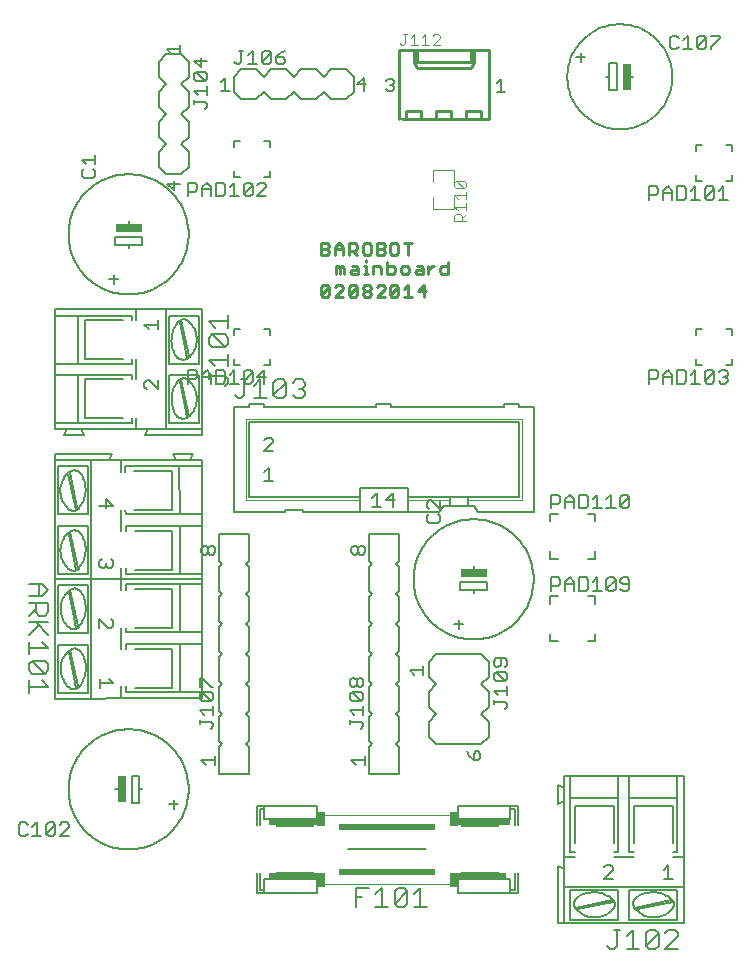
<source format=gtl>
G75*
G70*
%OFA0B0*%
%FSLAX24Y24*%
%IPPOS*%
%LPD*%
%AMOC8*
5,1,8,0,0,1.08239X$1,22.5*
%
%ADD10C,0.0100*%
%ADD11C,0.0050*%
%ADD12C,0.0060*%
%ADD13C,0.0070*%
%ADD14C,0.0020*%
%ADD15R,0.0250X0.0450*%
%ADD16R,0.1750X0.0200*%
%ADD17R,0.3200X0.0200*%
%ADD18R,0.1250X0.0050*%
%ADD19R,0.1600X0.0200*%
%ADD20R,0.0250X0.0900*%
%ADD21C,0.0030*%
%ADD22R,0.0900X0.0250*%
%ADD23C,0.0040*%
D10*
X010453Y022122D02*
X010386Y022188D01*
X010653Y022455D01*
X010653Y022188D01*
X010587Y022122D01*
X010453Y022122D01*
X010386Y022188D02*
X010386Y022455D01*
X010453Y022522D01*
X010587Y022522D01*
X010653Y022455D01*
X010847Y022455D02*
X010913Y022522D01*
X011047Y022522D01*
X011114Y022455D01*
X011114Y022388D01*
X010847Y022122D01*
X011114Y022122D01*
X011307Y022188D02*
X011574Y022455D01*
X011574Y022188D01*
X011507Y022122D01*
X011374Y022122D01*
X011307Y022188D01*
X011307Y022455D01*
X011374Y022522D01*
X011507Y022522D01*
X011574Y022455D01*
X011767Y022455D02*
X011767Y022388D01*
X011834Y022322D01*
X011968Y022322D01*
X012034Y022255D01*
X012034Y022188D01*
X011968Y022122D01*
X011834Y022122D01*
X011767Y022188D01*
X011767Y022255D01*
X011834Y022322D01*
X011968Y022322D02*
X012034Y022388D01*
X012034Y022455D01*
X011968Y022522D01*
X011834Y022522D01*
X011767Y022455D01*
X011807Y022872D02*
X011941Y022872D01*
X011874Y022872D02*
X011874Y023138D01*
X011807Y023138D01*
X011874Y023272D02*
X011874Y023339D01*
X011834Y023497D02*
X011968Y023497D01*
X012034Y023563D01*
X012034Y023830D01*
X011968Y023897D01*
X011834Y023897D01*
X011767Y023830D01*
X011767Y023563D01*
X011834Y023497D01*
X011574Y023497D02*
X011441Y023630D01*
X011507Y023630D02*
X011307Y023630D01*
X011307Y023497D02*
X011307Y023897D01*
X011507Y023897D01*
X011574Y023830D01*
X011574Y023697D01*
X011507Y023630D01*
X011114Y023697D02*
X010847Y023697D01*
X010847Y023763D02*
X010980Y023897D01*
X011114Y023763D01*
X011114Y023497D01*
X010847Y023497D02*
X010847Y023763D01*
X010653Y023763D02*
X010587Y023697D01*
X010386Y023697D01*
X010386Y023897D02*
X010587Y023897D01*
X010653Y023830D01*
X010653Y023763D01*
X010587Y023697D02*
X010653Y023630D01*
X010653Y023563D01*
X010587Y023497D01*
X010386Y023497D01*
X010386Y023897D01*
X010886Y023138D02*
X010953Y023138D01*
X011020Y023072D01*
X011087Y023138D01*
X011153Y023072D01*
X011153Y022872D01*
X011020Y022872D02*
X011020Y023072D01*
X010886Y023138D02*
X010886Y022872D01*
X011347Y022938D02*
X011413Y023005D01*
X011614Y023005D01*
X011614Y023072D02*
X011614Y022872D01*
X011413Y022872D01*
X011347Y022938D01*
X011413Y023138D02*
X011547Y023138D01*
X011614Y023072D01*
X012114Y023138D02*
X012114Y022872D01*
X012114Y023138D02*
X012314Y023138D01*
X012381Y023072D01*
X012381Y022872D01*
X012574Y022872D02*
X012775Y022872D01*
X012841Y022938D01*
X012841Y023072D01*
X012775Y023138D01*
X012574Y023138D01*
X012574Y023272D02*
X012574Y022872D01*
X012428Y022522D02*
X012295Y022522D01*
X012228Y022455D01*
X012428Y022522D02*
X012495Y022455D01*
X012495Y022388D01*
X012228Y022122D01*
X012495Y022122D01*
X012688Y022188D02*
X012688Y022455D01*
X012755Y022522D01*
X012888Y022522D01*
X012955Y022455D01*
X012688Y022188D01*
X012755Y022122D01*
X012888Y022122D01*
X012955Y022188D01*
X012955Y022455D01*
X013149Y022388D02*
X013282Y022522D01*
X013282Y022122D01*
X013149Y022122D02*
X013415Y022122D01*
X013609Y022322D02*
X013876Y022322D01*
X013809Y022522D02*
X013609Y022322D01*
X013809Y022122D02*
X013809Y022522D01*
X013762Y022872D02*
X013562Y022872D01*
X013495Y022938D01*
X013562Y023005D01*
X013762Y023005D01*
X013762Y023072D02*
X013762Y022872D01*
X013955Y022872D02*
X013955Y023138D01*
X013955Y023005D02*
X014089Y023138D01*
X014156Y023138D01*
X014339Y023072D02*
X014406Y023138D01*
X014606Y023138D01*
X014606Y023272D02*
X014606Y022872D01*
X014406Y022872D01*
X014339Y022938D01*
X014339Y023072D01*
X013762Y023072D02*
X013695Y023138D01*
X013562Y023138D01*
X013302Y023072D02*
X013302Y022938D01*
X013235Y022872D01*
X013101Y022872D01*
X013035Y022938D01*
X013035Y023072D01*
X013101Y023138D01*
X013235Y023138D01*
X013302Y023072D01*
X013282Y023497D02*
X013282Y023897D01*
X013149Y023897D02*
X013415Y023897D01*
X012955Y023830D02*
X012955Y023563D01*
X012888Y023497D01*
X012755Y023497D01*
X012688Y023563D01*
X012688Y023830D01*
X012755Y023897D01*
X012888Y023897D01*
X012955Y023830D01*
X012495Y023830D02*
X012495Y023763D01*
X012428Y023697D01*
X012228Y023697D01*
X012228Y023897D02*
X012428Y023897D01*
X012495Y023830D01*
X012428Y023697D02*
X012495Y023630D01*
X012495Y023563D01*
X012428Y023497D01*
X012228Y023497D01*
X012228Y023897D01*
X012961Y028047D02*
X012961Y029197D01*
X012961Y030347D01*
X013461Y030347D01*
X013461Y029947D01*
X013561Y029747D01*
X015361Y029747D01*
X015461Y029947D01*
X015461Y030347D01*
X015361Y030347D02*
X015361Y029947D01*
X015461Y029947D01*
X015361Y029947D02*
X013561Y029947D01*
X013561Y030347D01*
X013461Y030347D02*
X013961Y030347D01*
X015961Y030347D01*
X015961Y029197D01*
X015961Y028047D01*
X015711Y028047D01*
X015711Y028297D01*
X015211Y028297D01*
X015211Y028047D01*
X014711Y028047D01*
X014711Y028297D01*
X014211Y028297D01*
X014211Y028047D01*
X013711Y028047D01*
X013211Y028047D01*
X013211Y028297D01*
X013711Y028297D01*
X013711Y028047D01*
X013211Y028047D02*
X013061Y028047D01*
X014211Y028047D02*
X014711Y028047D01*
X015211Y028047D02*
X015711Y028047D01*
X013561Y029947D02*
X013461Y029947D01*
D11*
X000520Y004142D02*
X000370Y004142D01*
X000295Y004217D01*
X000295Y004517D01*
X000370Y004592D01*
X000520Y004592D01*
X000595Y004517D01*
X000755Y004442D02*
X000905Y004592D01*
X000905Y004142D01*
X000755Y004142D02*
X001055Y004142D01*
X001216Y004217D02*
X001516Y004517D01*
X001516Y004217D01*
X001441Y004142D01*
X001291Y004142D01*
X001216Y004217D01*
X001216Y004517D01*
X001291Y004592D01*
X001441Y004592D01*
X001516Y004517D01*
X001676Y004517D02*
X001751Y004592D01*
X001901Y004592D01*
X001976Y004517D01*
X001976Y004442D01*
X001676Y004142D01*
X001976Y004142D01*
X000595Y004217D02*
X000520Y004142D01*
X002993Y009080D02*
X002992Y009380D01*
X002992Y009230D02*
X003443Y009231D01*
X003292Y009381D01*
X003289Y011080D02*
X003364Y011081D01*
X003439Y011156D01*
X003439Y011306D01*
X003364Y011381D01*
X003289Y011080D02*
X002989Y011380D01*
X002989Y011080D01*
X003061Y013080D02*
X002986Y013155D01*
X002985Y013305D01*
X003060Y013380D01*
X003211Y013230D02*
X003211Y013155D01*
X003136Y013080D01*
X003061Y013080D01*
X003211Y013155D02*
X003286Y013080D01*
X003361Y013081D01*
X003436Y013156D01*
X003436Y013306D01*
X003360Y013381D01*
X003207Y015080D02*
X003207Y015380D01*
X003432Y015156D01*
X002982Y015155D01*
X004561Y019031D02*
X004486Y019106D01*
X004486Y019256D01*
X004561Y019331D01*
X004636Y019331D01*
X004936Y019031D01*
X004936Y019331D01*
X005949Y019372D02*
X006174Y019372D01*
X006249Y019447D01*
X006249Y019597D01*
X006174Y019672D01*
X005949Y019672D01*
X005949Y019222D01*
X006409Y019222D02*
X006409Y019522D01*
X006560Y019672D01*
X006710Y019522D01*
X006710Y019222D01*
X006870Y019222D02*
X006870Y019672D01*
X007095Y019672D01*
X007170Y019597D01*
X007170Y019297D01*
X007095Y019222D01*
X006870Y019222D01*
X006710Y019447D02*
X006409Y019447D01*
X007330Y019522D02*
X007480Y019672D01*
X007480Y019222D01*
X007330Y019222D02*
X007630Y019222D01*
X007791Y019297D02*
X008091Y019597D01*
X008091Y019297D01*
X008016Y019222D01*
X007866Y019222D01*
X007791Y019297D01*
X007791Y019597D01*
X007866Y019672D01*
X008016Y019672D01*
X008091Y019597D01*
X008251Y019447D02*
X008551Y019447D01*
X008476Y019222D02*
X008476Y019672D01*
X008251Y019447D01*
X008461Y018547D02*
X007961Y018547D01*
X007961Y018447D01*
X007461Y018447D01*
X007461Y014947D01*
X009161Y014947D01*
X009161Y014997D01*
X009761Y014997D01*
X009761Y014947D01*
X011661Y014947D01*
X011661Y015347D01*
X011661Y015447D01*
X007961Y015447D01*
X007961Y017947D01*
X016961Y017947D01*
X016961Y015447D01*
X015261Y015447D01*
X014661Y015447D01*
X013261Y015447D01*
X013261Y015347D01*
X013261Y014947D01*
X011661Y014947D01*
X012086Y015122D02*
X012387Y015122D01*
X012237Y015122D02*
X012237Y015572D01*
X012086Y015422D01*
X011661Y015447D02*
X011661Y015747D01*
X013261Y015747D01*
X013261Y015447D01*
X012847Y015347D02*
X012547Y015347D01*
X012772Y015572D01*
X012772Y015122D01*
X013261Y014947D02*
X014311Y014947D01*
X014461Y015147D01*
X014661Y015147D01*
X015261Y015147D01*
X015261Y015347D01*
X015261Y015447D01*
X015261Y015147D02*
X015461Y015147D01*
X015611Y014947D01*
X017461Y014947D01*
X017461Y018447D01*
X016961Y018447D01*
X016961Y018547D01*
X016461Y018547D01*
X016461Y018447D01*
X012711Y018447D01*
X012711Y018547D01*
X012211Y018547D01*
X012211Y018447D01*
X008461Y018447D01*
X008461Y018547D01*
X008561Y017422D02*
X008486Y017347D01*
X008561Y017422D02*
X008712Y017422D01*
X008787Y017347D01*
X008787Y017272D01*
X008486Y016972D01*
X008787Y016972D01*
X008637Y016422D02*
X008637Y015972D01*
X008787Y015972D02*
X008486Y015972D01*
X008486Y016272D02*
X008637Y016422D01*
X006761Y013822D02*
X006836Y013747D01*
X006836Y013597D01*
X006761Y013522D01*
X006686Y013522D01*
X006611Y013597D01*
X006611Y013747D01*
X006686Y013822D01*
X006761Y013822D01*
X006611Y013747D02*
X006536Y013822D01*
X006461Y013822D01*
X006386Y013747D01*
X006386Y013597D01*
X006461Y013522D01*
X006536Y013522D01*
X006611Y013597D01*
X006411Y009403D02*
X006711Y009103D01*
X006786Y009103D01*
X006711Y008942D02*
X006411Y008942D01*
X006711Y008642D01*
X006786Y008717D01*
X006786Y008867D01*
X006711Y008942D01*
X006711Y008642D02*
X006411Y008642D01*
X006336Y008717D01*
X006336Y008867D01*
X006411Y008942D01*
X006336Y009103D02*
X006336Y009403D01*
X006411Y009403D01*
X006786Y008482D02*
X006786Y008182D01*
X006786Y008332D02*
X006336Y008332D01*
X006486Y008182D01*
X006336Y008022D02*
X006336Y007872D01*
X006336Y007947D02*
X006711Y007947D01*
X006786Y007872D01*
X006786Y007797D01*
X006711Y007722D01*
X006836Y006822D02*
X006836Y006522D01*
X006836Y006672D02*
X006386Y006672D01*
X006536Y006522D01*
X011336Y007872D02*
X011336Y008022D01*
X011336Y007947D02*
X011711Y007947D01*
X011786Y007872D01*
X011786Y007797D01*
X011711Y007722D01*
X011786Y008182D02*
X011786Y008482D01*
X011786Y008332D02*
X011336Y008332D01*
X011486Y008182D01*
X011411Y008642D02*
X011336Y008717D01*
X011336Y008867D01*
X011411Y008942D01*
X011711Y008642D01*
X011786Y008717D01*
X011786Y008867D01*
X011711Y008942D01*
X011411Y008942D01*
X011411Y009103D02*
X011336Y009178D01*
X011336Y009328D01*
X011411Y009403D01*
X011486Y009403D01*
X011561Y009328D01*
X011561Y009178D01*
X011486Y009103D01*
X011411Y009103D01*
X011561Y009178D02*
X011636Y009103D01*
X011711Y009103D01*
X011786Y009178D01*
X011786Y009328D01*
X011711Y009403D01*
X011636Y009403D01*
X011561Y009328D01*
X011711Y008642D02*
X011411Y008642D01*
X011836Y006822D02*
X011836Y006522D01*
X011836Y006672D02*
X011386Y006672D01*
X011536Y006522D01*
X013486Y009511D02*
X013336Y009661D01*
X013786Y009661D01*
X013786Y009511D02*
X013786Y009811D01*
X016136Y009836D02*
X016211Y009761D01*
X016286Y009761D01*
X016361Y009836D01*
X016361Y010061D01*
X016211Y010061D02*
X016136Y009986D01*
X016136Y009836D01*
X016211Y010061D02*
X016511Y010061D01*
X016586Y009986D01*
X016586Y009836D01*
X016511Y009761D01*
X016511Y009601D02*
X016586Y009526D01*
X016586Y009376D01*
X016511Y009301D01*
X016211Y009601D01*
X016511Y009601D01*
X016211Y009601D02*
X016136Y009526D01*
X016136Y009376D01*
X016211Y009301D01*
X016511Y009301D01*
X016586Y009141D02*
X016586Y008840D01*
X016586Y008990D02*
X016136Y008990D01*
X016286Y008840D01*
X016136Y008680D02*
X016136Y008530D01*
X016136Y008605D02*
X016511Y008605D01*
X016586Y008530D01*
X016586Y008455D01*
X016511Y008380D01*
X015611Y006961D02*
X015536Y006961D01*
X015461Y006886D01*
X015461Y006661D01*
X015611Y006661D01*
X015686Y006736D01*
X015686Y006886D01*
X015611Y006961D01*
X015311Y006811D02*
X015461Y006661D01*
X015311Y006811D02*
X015236Y006961D01*
X018049Y012309D02*
X018049Y012759D01*
X018274Y012759D01*
X018349Y012684D01*
X018349Y012534D01*
X018274Y012459D01*
X018049Y012459D01*
X018509Y012534D02*
X018809Y012534D01*
X018809Y012609D02*
X018809Y012309D01*
X018970Y012309D02*
X018970Y012759D01*
X019195Y012759D01*
X019270Y012684D01*
X019270Y012384D01*
X019195Y012309D01*
X018970Y012309D01*
X018809Y012609D02*
X018659Y012759D01*
X018509Y012609D01*
X018509Y012309D01*
X019430Y012309D02*
X019730Y012309D01*
X019580Y012309D02*
X019580Y012759D01*
X019430Y012609D01*
X019890Y012684D02*
X019890Y012384D01*
X020191Y012684D01*
X020191Y012384D01*
X020115Y012309D01*
X019965Y012309D01*
X019890Y012384D01*
X019890Y012684D02*
X019965Y012759D01*
X020115Y012759D01*
X020191Y012684D01*
X020351Y012684D02*
X020351Y012609D01*
X020426Y012534D01*
X020651Y012534D01*
X020651Y012384D02*
X020651Y012684D01*
X020576Y012759D01*
X020426Y012759D01*
X020351Y012684D01*
X020351Y012384D02*
X020426Y012309D01*
X020576Y012309D01*
X020651Y012384D01*
X020576Y015059D02*
X020426Y015059D01*
X020351Y015134D01*
X020651Y015434D01*
X020651Y015134D01*
X020576Y015059D01*
X020351Y015134D02*
X020351Y015434D01*
X020426Y015509D01*
X020576Y015509D01*
X020651Y015434D01*
X020191Y015059D02*
X019890Y015059D01*
X020040Y015059D02*
X020040Y015509D01*
X019890Y015359D01*
X019730Y015059D02*
X019430Y015059D01*
X019580Y015059D02*
X019580Y015509D01*
X019430Y015359D01*
X019270Y015434D02*
X019270Y015134D01*
X019195Y015059D01*
X018970Y015059D01*
X018970Y015509D01*
X019195Y015509D01*
X019270Y015434D01*
X018810Y015359D02*
X018810Y015059D01*
X018810Y015284D02*
X018509Y015284D01*
X018509Y015359D02*
X018509Y015059D01*
X018349Y015284D02*
X018349Y015434D01*
X018274Y015509D01*
X018049Y015509D01*
X018049Y015059D01*
X018049Y015209D02*
X018274Y015209D01*
X018349Y015284D01*
X018509Y015359D02*
X018659Y015509D01*
X018810Y015359D01*
X021324Y019222D02*
X021324Y019672D01*
X021549Y019672D01*
X021624Y019597D01*
X021624Y019447D01*
X021549Y019372D01*
X021324Y019372D01*
X021784Y019447D02*
X022085Y019447D01*
X022085Y019522D02*
X022085Y019222D01*
X022245Y019222D02*
X022245Y019672D01*
X022470Y019672D01*
X022545Y019597D01*
X022545Y019297D01*
X022470Y019222D01*
X022245Y019222D01*
X022085Y019522D02*
X021935Y019672D01*
X021784Y019522D01*
X021784Y019222D01*
X022705Y019222D02*
X023005Y019222D01*
X022855Y019222D02*
X022855Y019672D01*
X022705Y019522D01*
X023166Y019597D02*
X023166Y019297D01*
X023466Y019597D01*
X023466Y019297D01*
X023391Y019222D01*
X023241Y019222D01*
X023166Y019297D01*
X023166Y019597D02*
X023241Y019672D01*
X023391Y019672D01*
X023466Y019597D01*
X023626Y019597D02*
X023701Y019672D01*
X023851Y019672D01*
X023926Y019597D01*
X023926Y019522D01*
X023851Y019447D01*
X023926Y019372D01*
X023926Y019297D01*
X023851Y019222D01*
X023701Y019222D01*
X023626Y019297D01*
X023776Y019447D02*
X023851Y019447D01*
X023926Y025347D02*
X023626Y025347D01*
X023776Y025347D02*
X023776Y025797D01*
X023626Y025647D01*
X023466Y025722D02*
X023166Y025422D01*
X023241Y025347D01*
X023391Y025347D01*
X023466Y025422D01*
X023466Y025722D01*
X023391Y025797D01*
X023241Y025797D01*
X023166Y025722D01*
X023166Y025422D01*
X023005Y025347D02*
X022705Y025347D01*
X022855Y025347D02*
X022855Y025797D01*
X022705Y025647D01*
X022545Y025722D02*
X022545Y025422D01*
X022470Y025347D01*
X022245Y025347D01*
X022245Y025797D01*
X022470Y025797D01*
X022545Y025722D01*
X022085Y025647D02*
X022085Y025347D01*
X022085Y025572D02*
X021784Y025572D01*
X021784Y025647D02*
X021935Y025797D01*
X022085Y025647D01*
X021784Y025647D02*
X021784Y025347D01*
X021624Y025572D02*
X021549Y025497D01*
X021324Y025497D01*
X021324Y025347D02*
X021324Y025797D01*
X021549Y025797D01*
X021624Y025722D01*
X021624Y025572D01*
X022066Y030372D02*
X022217Y030372D01*
X022292Y030447D01*
X022452Y030372D02*
X022752Y030372D01*
X022602Y030372D02*
X022602Y030822D01*
X022452Y030672D01*
X022292Y030747D02*
X022217Y030822D01*
X022066Y030822D01*
X021991Y030747D01*
X021991Y030447D01*
X022066Y030372D01*
X022912Y030447D02*
X023212Y030747D01*
X023212Y030447D01*
X023137Y030372D01*
X022987Y030372D01*
X022912Y030447D01*
X022912Y030747D01*
X022987Y030822D01*
X023137Y030822D01*
X023212Y030747D01*
X023372Y030822D02*
X023673Y030822D01*
X023673Y030747D01*
X023372Y030447D01*
X023372Y030372D01*
X014211Y028047D02*
X013961Y028047D01*
X012961Y028047D01*
X011887Y029197D02*
X011586Y029197D01*
X011812Y029422D01*
X011812Y028972D01*
X013461Y030197D02*
X013461Y030347D01*
X013561Y030347D01*
X009168Y030322D02*
X009018Y030247D01*
X008867Y030097D01*
X009093Y030097D01*
X009168Y030022D01*
X009168Y029947D01*
X009093Y029872D01*
X008943Y029872D01*
X008867Y029947D01*
X008867Y030097D01*
X008707Y030247D02*
X008707Y029947D01*
X008632Y029872D01*
X008482Y029872D01*
X008407Y029947D01*
X008707Y030247D01*
X008632Y030322D01*
X008482Y030322D01*
X008407Y030247D01*
X008407Y029947D01*
X008247Y029872D02*
X007947Y029872D01*
X008097Y029872D02*
X008097Y030322D01*
X007947Y030172D01*
X007787Y030322D02*
X007637Y030322D01*
X007712Y030322D02*
X007712Y029947D01*
X007637Y029872D01*
X007561Y029872D01*
X007486Y029947D01*
X007187Y029422D02*
X007187Y028972D01*
X007337Y028972D02*
X007036Y028972D01*
X007036Y029272D02*
X007187Y029422D01*
X006586Y029376D02*
X006511Y029301D01*
X006211Y029601D01*
X006511Y029601D01*
X006586Y029526D01*
X006586Y029376D01*
X006511Y029301D02*
X006211Y029301D01*
X006136Y029376D01*
X006136Y029526D01*
X006211Y029601D01*
X006361Y029761D02*
X006136Y029986D01*
X006586Y029986D01*
X006361Y030061D02*
X006361Y029761D01*
X006586Y029141D02*
X006586Y028840D01*
X006586Y028990D02*
X006136Y028990D01*
X006286Y028840D01*
X006136Y028680D02*
X006136Y028530D01*
X006136Y028605D02*
X006511Y028605D01*
X006586Y028530D01*
X006586Y028455D01*
X006511Y028380D01*
X005686Y030211D02*
X005686Y030511D01*
X005686Y030361D02*
X005236Y030361D01*
X005386Y030211D01*
X002856Y026832D02*
X002856Y026532D01*
X002856Y026682D02*
X002406Y026682D01*
X002556Y026532D01*
X002481Y026372D02*
X002406Y026297D01*
X002406Y026147D01*
X002481Y026072D01*
X002781Y026072D01*
X002856Y026147D01*
X002856Y026297D01*
X002781Y026372D01*
X005236Y025886D02*
X005461Y025661D01*
X005461Y025961D01*
X005686Y025886D02*
X005236Y025886D01*
X005949Y025922D02*
X005949Y025472D01*
X005949Y025622D02*
X006174Y025622D01*
X006249Y025697D01*
X006249Y025847D01*
X006174Y025922D01*
X005949Y025922D01*
X006409Y025772D02*
X006409Y025472D01*
X006409Y025697D02*
X006710Y025697D01*
X006710Y025772D02*
X006710Y025472D01*
X006870Y025472D02*
X007095Y025472D01*
X007170Y025547D01*
X007170Y025847D01*
X007095Y025922D01*
X006870Y025922D01*
X006870Y025472D01*
X006710Y025772D02*
X006560Y025922D01*
X006409Y025772D01*
X007330Y025772D02*
X007480Y025922D01*
X007480Y025472D01*
X007330Y025472D02*
X007630Y025472D01*
X007791Y025547D02*
X008091Y025847D01*
X008091Y025547D01*
X008016Y025472D01*
X007866Y025472D01*
X007791Y025547D01*
X007791Y025847D01*
X007866Y025922D01*
X008016Y025922D01*
X008091Y025847D01*
X008251Y025847D02*
X008326Y025922D01*
X008476Y025922D01*
X008551Y025847D01*
X008551Y025772D01*
X008251Y025472D01*
X008551Y025472D01*
X004936Y021331D02*
X004936Y021031D01*
X004936Y021181D02*
X004486Y021181D01*
X004636Y021031D01*
X011461Y013822D02*
X011536Y013822D01*
X011611Y013747D01*
X011611Y013597D01*
X011536Y013522D01*
X011461Y013522D01*
X011386Y013597D01*
X011386Y013747D01*
X011461Y013822D01*
X011611Y013747D02*
X011686Y013822D01*
X011761Y013822D01*
X011836Y013747D01*
X011836Y013597D01*
X011761Y013522D01*
X011686Y013522D01*
X011611Y013597D01*
X013906Y014647D02*
X013981Y014572D01*
X014281Y014572D01*
X014356Y014647D01*
X014356Y014797D01*
X014281Y014872D01*
X014356Y015032D02*
X014056Y015332D01*
X013981Y015332D01*
X013906Y015257D01*
X013906Y015107D01*
X013981Y015032D01*
X013981Y014872D02*
X013906Y014797D01*
X013906Y014647D01*
X014356Y015032D02*
X014356Y015332D01*
X014661Y015347D02*
X014661Y015147D01*
X014661Y015347D02*
X014661Y015447D01*
X019871Y003172D02*
X019796Y003097D01*
X019871Y003172D02*
X020021Y003172D01*
X020096Y003097D01*
X020096Y003022D01*
X019796Y002722D01*
X020096Y002722D01*
X021796Y002722D02*
X022096Y002722D01*
X021946Y002722D02*
X021946Y003172D01*
X021796Y003022D01*
D12*
X022101Y003447D02*
X022461Y003447D01*
X022461Y002447D01*
X022461Y001247D01*
X018461Y001247D01*
X018261Y001247D01*
X018261Y003147D01*
X018461Y003047D01*
X018461Y002447D01*
X022461Y002447D01*
X022251Y002347D02*
X022251Y001347D01*
X020651Y001347D01*
X020651Y002347D01*
X022251Y002347D01*
X022041Y001997D02*
X020841Y001747D01*
X020891Y001697D02*
X022091Y001947D01*
X022014Y002071D02*
X022040Y002054D01*
X022063Y002035D01*
X022083Y002012D01*
X022100Y001988D01*
X022114Y001961D01*
X022125Y001932D01*
X022131Y001903D01*
X022134Y001873D01*
X022133Y001842D01*
X022128Y001813D01*
X022119Y001784D01*
X022106Y001756D01*
X022090Y001731D01*
X022071Y001707D01*
X022091Y001727D02*
X022056Y001686D01*
X022017Y001647D01*
X021977Y001611D01*
X021933Y001578D01*
X021888Y001548D01*
X021841Y001520D01*
X021792Y001497D01*
X021741Y001476D01*
X021690Y001459D01*
X021637Y001445D01*
X021584Y001435D01*
X021530Y001429D01*
X021475Y001426D01*
X021421Y001427D01*
X021366Y001432D01*
X021313Y001440D01*
X021259Y001451D01*
X021207Y001467D01*
X021156Y001485D01*
X021106Y001508D01*
X021058Y001533D01*
X021012Y001562D01*
X020968Y001593D01*
X020926Y001628D01*
X020886Y001665D01*
X020849Y001705D01*
X020851Y001707D02*
X020832Y001731D01*
X020816Y001756D01*
X020803Y001784D01*
X020793Y001812D01*
X020786Y001842D01*
X020782Y001872D01*
X020782Y001902D01*
X020786Y001933D01*
X020793Y001962D01*
X020803Y001991D01*
X020816Y002018D01*
X020832Y002044D01*
X020851Y002067D01*
X020873Y002089D01*
X020281Y002347D02*
X020281Y001347D01*
X018681Y001347D01*
X018681Y002347D01*
X020281Y002347D01*
X020071Y001997D02*
X018871Y001747D01*
X018921Y001697D02*
X020121Y001947D01*
X020044Y002071D02*
X020070Y002054D01*
X020093Y002035D01*
X020113Y002012D01*
X020130Y001988D01*
X020144Y001961D01*
X020155Y001932D01*
X020161Y001903D01*
X020164Y001873D01*
X020163Y001842D01*
X020158Y001813D01*
X020149Y001784D01*
X020136Y001756D01*
X020120Y001731D01*
X020101Y001707D01*
X020061Y002057D02*
X020012Y002093D01*
X019962Y002126D01*
X019910Y002156D01*
X019856Y002182D01*
X019800Y002205D01*
X019743Y002225D01*
X019685Y002241D01*
X019626Y002253D01*
X019566Y002261D01*
X019506Y002266D01*
X019446Y002267D01*
X019386Y002264D01*
X019326Y002257D01*
X019266Y002247D01*
X019208Y002233D01*
X019150Y002215D01*
X019094Y002194D01*
X019039Y002169D01*
X018986Y002141D01*
X018934Y002110D01*
X018885Y002075D01*
X018903Y002089D02*
X018881Y002067D01*
X018862Y002044D01*
X018846Y002018D01*
X018833Y001991D01*
X018823Y001962D01*
X018816Y001933D01*
X018812Y001902D01*
X018812Y001872D01*
X018816Y001842D01*
X018823Y001812D01*
X018833Y001784D01*
X018846Y001756D01*
X018862Y001731D01*
X018881Y001707D01*
X018461Y001247D02*
X018461Y002447D01*
X018461Y003047D02*
X018461Y003447D01*
X018831Y003447D01*
X018831Y003597D02*
X018681Y003597D01*
X018681Y005397D01*
X018681Y006147D01*
X018461Y006147D01*
X018461Y005747D01*
X018461Y005297D01*
X018461Y003447D01*
X018831Y003897D02*
X018831Y005147D01*
X020131Y005147D01*
X020131Y003897D01*
X020131Y003597D02*
X020281Y003597D01*
X020281Y005397D01*
X018681Y005397D01*
X018461Y005297D02*
X018261Y005197D01*
X018261Y005847D01*
X018461Y005747D01*
X018681Y006147D02*
X020281Y006147D01*
X020651Y006147D01*
X022251Y006147D01*
X022251Y005397D01*
X020651Y005397D01*
X020651Y003597D01*
X020801Y003597D01*
X020801Y003447D02*
X020131Y003447D01*
X020801Y003897D02*
X020801Y005147D01*
X022101Y005147D01*
X022101Y003897D01*
X022101Y003597D02*
X022251Y003597D01*
X022251Y005397D01*
X022251Y006147D02*
X022461Y006147D01*
X022461Y003447D01*
X022031Y002057D02*
X021983Y002094D01*
X021933Y002127D01*
X021880Y002157D01*
X021826Y002183D01*
X021770Y002206D01*
X021713Y002226D01*
X021655Y002242D01*
X021596Y002254D01*
X021536Y002262D01*
X021476Y002267D01*
X021416Y002268D01*
X021356Y002265D01*
X021296Y002258D01*
X021236Y002248D01*
X021178Y002234D01*
X021120Y002216D01*
X021064Y002195D01*
X021009Y002170D01*
X020955Y002142D01*
X020904Y002110D01*
X020854Y002076D01*
X020121Y001727D02*
X020086Y001686D01*
X020047Y001647D01*
X020006Y001611D01*
X019963Y001578D01*
X019918Y001548D01*
X019871Y001520D01*
X019822Y001497D01*
X019771Y001476D01*
X019720Y001459D01*
X019667Y001445D01*
X019614Y001435D01*
X019559Y001429D01*
X019505Y001426D01*
X019451Y001427D01*
X019396Y001432D01*
X019343Y001440D01*
X019289Y001451D01*
X019237Y001467D01*
X019186Y001486D01*
X019136Y001508D01*
X019088Y001533D01*
X019042Y001562D01*
X018998Y001593D01*
X018956Y001628D01*
X018916Y001665D01*
X018879Y001705D01*
X016936Y002247D02*
X016936Y002897D01*
X016836Y002897D02*
X016836Y002347D01*
X016686Y002347D01*
X016686Y002697D01*
X014936Y002697D01*
X014936Y002247D01*
X016686Y002247D01*
X016936Y002247D01*
X016686Y002247D02*
X016686Y002347D01*
X016836Y004497D02*
X016836Y005047D01*
X016686Y005047D01*
X016686Y004697D01*
X014936Y004697D01*
X014936Y005147D01*
X016686Y005147D01*
X016936Y005147D01*
X016936Y004497D01*
X016686Y005047D02*
X016686Y005147D01*
X015711Y007197D02*
X014211Y007197D01*
X013961Y007447D01*
X013961Y007947D01*
X014211Y008197D01*
X013961Y008447D01*
X013961Y008947D01*
X014211Y009197D01*
X013961Y009447D01*
X013961Y009947D01*
X014211Y010197D01*
X015711Y010197D01*
X015961Y009947D01*
X015961Y009447D01*
X015711Y009197D01*
X015961Y008947D01*
X015961Y008447D01*
X015711Y008197D01*
X015961Y007947D01*
X015961Y007447D01*
X015711Y007197D01*
X012961Y007297D02*
X012961Y008097D01*
X012861Y008197D01*
X012961Y008297D01*
X012961Y009097D01*
X012861Y009197D01*
X012961Y009297D01*
X012961Y010097D01*
X012861Y010197D01*
X012961Y010297D01*
X012961Y011097D01*
X012861Y011197D01*
X012961Y011297D01*
X012961Y012097D01*
X012861Y012197D01*
X012961Y012297D01*
X012961Y013097D01*
X012861Y013197D01*
X012961Y013297D01*
X012961Y014197D01*
X011961Y014197D01*
X011961Y013297D01*
X012061Y013197D01*
X011961Y013097D01*
X011961Y012297D01*
X012061Y012197D01*
X011961Y012097D01*
X011961Y011297D01*
X012061Y011197D01*
X011961Y011097D01*
X011961Y010297D01*
X012061Y010197D01*
X011961Y010097D01*
X011961Y009297D01*
X012061Y009197D01*
X011961Y009097D01*
X011961Y008297D01*
X012061Y008197D01*
X011961Y008097D01*
X011961Y007297D01*
X012061Y007197D01*
X011961Y007097D01*
X011961Y006197D01*
X012961Y006197D01*
X012961Y007097D01*
X012861Y007197D01*
X012961Y007297D01*
X010236Y005147D02*
X010236Y004697D01*
X008486Y004697D01*
X008486Y005047D01*
X008336Y005047D01*
X008336Y004497D01*
X008236Y004497D02*
X008236Y005147D01*
X008486Y005147D01*
X008486Y005047D01*
X008486Y005147D02*
X010236Y005147D01*
X011286Y003697D02*
X013886Y003697D01*
X010236Y002697D02*
X010236Y002247D01*
X008486Y002247D01*
X008236Y002247D01*
X008236Y002897D01*
X008336Y002897D02*
X008336Y002347D01*
X008486Y002347D01*
X008486Y002697D01*
X010236Y002697D01*
X008486Y002347D02*
X008486Y002247D01*
X005611Y005197D02*
X005311Y005197D01*
X005461Y005047D02*
X005461Y005347D01*
X004411Y005697D02*
X004311Y005697D01*
X004311Y005247D01*
X004061Y005247D01*
X004061Y006147D01*
X004311Y006147D01*
X004311Y005697D01*
X001961Y005697D02*
X001963Y005795D01*
X001971Y005893D01*
X001983Y005990D01*
X001999Y006087D01*
X002021Y006183D01*
X002047Y006278D01*
X002078Y006371D01*
X002113Y006462D01*
X002153Y006552D01*
X002197Y006640D01*
X002246Y006725D01*
X002298Y006808D01*
X002355Y006888D01*
X002415Y006966D01*
X002479Y007040D01*
X002547Y007111D01*
X002618Y007179D01*
X002692Y007243D01*
X002770Y007303D01*
X002850Y007360D01*
X002933Y007412D01*
X003018Y007461D01*
X003106Y007505D01*
X003196Y007545D01*
X003287Y007580D01*
X003380Y007611D01*
X003475Y007637D01*
X003571Y007659D01*
X003668Y007675D01*
X003765Y007687D01*
X003863Y007695D01*
X003961Y007697D01*
X004059Y007695D01*
X004157Y007687D01*
X004254Y007675D01*
X004351Y007659D01*
X004447Y007637D01*
X004542Y007611D01*
X004635Y007580D01*
X004726Y007545D01*
X004816Y007505D01*
X004904Y007461D01*
X004989Y007412D01*
X005072Y007360D01*
X005152Y007303D01*
X005230Y007243D01*
X005304Y007179D01*
X005375Y007111D01*
X005443Y007040D01*
X005507Y006966D01*
X005567Y006888D01*
X005624Y006808D01*
X005676Y006725D01*
X005725Y006640D01*
X005769Y006552D01*
X005809Y006462D01*
X005844Y006371D01*
X005875Y006278D01*
X005901Y006183D01*
X005923Y006087D01*
X005939Y005990D01*
X005951Y005893D01*
X005959Y005795D01*
X005961Y005697D01*
X005959Y005599D01*
X005951Y005501D01*
X005939Y005404D01*
X005923Y005307D01*
X005901Y005211D01*
X005875Y005116D01*
X005844Y005023D01*
X005809Y004932D01*
X005769Y004842D01*
X005725Y004754D01*
X005676Y004669D01*
X005624Y004586D01*
X005567Y004506D01*
X005507Y004428D01*
X005443Y004354D01*
X005375Y004283D01*
X005304Y004215D01*
X005230Y004151D01*
X005152Y004091D01*
X005072Y004034D01*
X004989Y003982D01*
X004904Y003933D01*
X004816Y003889D01*
X004726Y003849D01*
X004635Y003814D01*
X004542Y003783D01*
X004447Y003757D01*
X004351Y003735D01*
X004254Y003719D01*
X004157Y003707D01*
X004059Y003699D01*
X003961Y003697D01*
X003863Y003699D01*
X003765Y003707D01*
X003668Y003719D01*
X003571Y003735D01*
X003475Y003757D01*
X003380Y003783D01*
X003287Y003814D01*
X003196Y003849D01*
X003106Y003889D01*
X003018Y003933D01*
X002933Y003982D01*
X002850Y004034D01*
X002770Y004091D01*
X002692Y004151D01*
X002618Y004215D01*
X002547Y004283D01*
X002479Y004354D01*
X002415Y004428D01*
X002355Y004506D01*
X002298Y004586D01*
X002246Y004669D01*
X002197Y004754D01*
X002153Y004842D01*
X002113Y004932D01*
X002078Y005023D01*
X002047Y005116D01*
X002021Y005211D01*
X001999Y005307D01*
X001983Y005404D01*
X001971Y005501D01*
X001963Y005599D01*
X001961Y005697D01*
X003511Y005697D02*
X003711Y005697D01*
X003718Y008726D02*
X002718Y008724D01*
X001518Y008722D01*
X001511Y012692D01*
X001504Y016662D01*
X001504Y016862D01*
X003404Y016866D01*
X003304Y016665D01*
X002704Y016664D01*
X002711Y012694D01*
X001511Y012692D01*
X001612Y012522D02*
X002612Y012524D01*
X002614Y010924D01*
X001614Y010922D01*
X001612Y012522D01*
X001611Y012862D02*
X001608Y014462D01*
X002608Y014464D01*
X002611Y012864D01*
X001611Y012862D01*
X002211Y013023D02*
X001959Y014223D01*
X002009Y014273D02*
X002261Y013074D01*
X002336Y013100D02*
X002321Y013076D01*
X002303Y013054D01*
X002282Y013034D01*
X002259Y013017D01*
X002235Y013003D01*
X002209Y012992D01*
X002181Y012984D01*
X002153Y012980D01*
X002125Y012979D01*
X002097Y012982D01*
X002069Y012987D01*
X002042Y012997D01*
X002017Y013009D01*
X001993Y013024D01*
X001971Y013042D01*
X002012Y012333D02*
X002264Y011134D01*
X002214Y011083D02*
X001962Y012283D01*
X001972Y012323D02*
X001995Y012342D01*
X002021Y012358D01*
X002048Y012371D01*
X002077Y012381D01*
X002106Y012388D01*
X002137Y012392D01*
X002167Y012392D01*
X002197Y012388D01*
X002227Y012381D01*
X002255Y012371D01*
X002283Y012358D01*
X002308Y012342D01*
X002332Y012323D01*
X002353Y012301D01*
X002711Y012694D02*
X003711Y012696D01*
X003712Y012326D01*
X003862Y012326D02*
X003862Y012526D01*
X005662Y012529D01*
X006412Y012531D01*
X006411Y012701D01*
X006411Y012871D01*
X005661Y012869D01*
X005658Y014469D01*
X003858Y014466D01*
X003859Y014316D01*
X003709Y014316D02*
X003707Y015016D01*
X003857Y015016D02*
X003858Y014866D01*
X005658Y014869D01*
X005655Y016469D01*
X006405Y016471D01*
X006404Y016671D01*
X006004Y016670D01*
X005554Y016669D01*
X003704Y016666D01*
X003705Y016266D01*
X003855Y016266D02*
X003855Y016466D01*
X005655Y016469D01*
X005554Y016669D02*
X005454Y016869D01*
X006104Y016870D01*
X006004Y016670D01*
X006405Y016471D02*
X006408Y014871D01*
X006408Y014471D01*
X006411Y012871D01*
X006411Y012701D02*
X003711Y012696D01*
X003711Y013066D01*
X003861Y013066D02*
X003861Y012866D01*
X005661Y012869D01*
X005411Y013019D02*
X004161Y013017D01*
X004162Y012377D02*
X005412Y012379D01*
X005414Y011079D01*
X004164Y011077D01*
X003864Y011076D02*
X003864Y010926D01*
X005664Y010929D01*
X005662Y012529D01*
X005411Y013019D02*
X005409Y014319D01*
X004159Y014317D01*
X004157Y015017D02*
X005407Y015019D01*
X005405Y016319D01*
X004155Y016317D01*
X003704Y016666D02*
X003304Y016665D01*
X002704Y016664D02*
X001504Y016662D01*
X001605Y016462D02*
X002605Y016464D01*
X002608Y014864D01*
X001608Y014862D01*
X001605Y016462D01*
X001955Y016223D02*
X002207Y015023D01*
X002257Y015074D02*
X002005Y016273D01*
X001966Y016263D02*
X001989Y016282D01*
X002015Y016298D01*
X002042Y016311D01*
X002071Y016321D01*
X002100Y016328D01*
X002131Y016332D01*
X002161Y016332D01*
X002191Y016328D01*
X002221Y016321D01*
X002249Y016311D01*
X002277Y016298D01*
X002302Y016282D01*
X002326Y016263D01*
X002347Y016241D01*
X001963Y016265D02*
X001923Y016228D01*
X001886Y016188D01*
X001852Y016146D01*
X001820Y016102D01*
X001791Y016056D01*
X001766Y016007D01*
X001744Y015958D01*
X001725Y015907D01*
X001710Y015854D01*
X001698Y015801D01*
X001690Y015747D01*
X001686Y015693D01*
X001685Y015639D01*
X001688Y015584D01*
X001695Y015530D01*
X001705Y015477D01*
X001718Y015424D01*
X001736Y015372D01*
X001756Y015322D01*
X001780Y015273D01*
X001807Y015226D01*
X001838Y015181D01*
X001871Y015137D01*
X001907Y015097D01*
X001946Y015058D01*
X001987Y015023D01*
X001967Y015042D02*
X001989Y015024D01*
X002013Y015009D01*
X002038Y014997D01*
X002065Y014987D01*
X002093Y014982D01*
X002121Y014979D01*
X002149Y014980D01*
X002177Y014984D01*
X002205Y014992D01*
X002231Y015003D01*
X002255Y015017D01*
X002278Y015034D01*
X002299Y015054D01*
X002317Y015076D01*
X002332Y015100D01*
X002317Y015084D02*
X002353Y015132D01*
X002386Y015182D01*
X002415Y015235D01*
X002442Y015289D01*
X002465Y015345D01*
X002484Y015402D01*
X002500Y015460D01*
X002512Y015519D01*
X002520Y015579D01*
X002525Y015639D01*
X002526Y015699D01*
X002523Y015759D01*
X002516Y015819D01*
X002506Y015878D01*
X002492Y015937D01*
X002474Y015994D01*
X002452Y016051D01*
X002428Y016106D01*
X002399Y016159D01*
X002368Y016210D01*
X002333Y016259D01*
X002461Y017497D02*
X001811Y017497D01*
X001911Y017697D01*
X002361Y017697D01*
X004211Y017697D01*
X004211Y018067D01*
X004061Y018067D02*
X004061Y017917D01*
X002261Y017917D01*
X001511Y017917D01*
X001511Y017697D01*
X001911Y017697D01*
X002261Y017917D02*
X002261Y019517D01*
X004061Y019517D01*
X004061Y019367D01*
X004211Y019367D02*
X004211Y020037D01*
X004061Y020037D02*
X004061Y019887D01*
X002261Y019887D01*
X002261Y021487D01*
X001511Y021487D01*
X001511Y019887D01*
X001511Y019517D01*
X001511Y017917D01*
X002361Y017697D02*
X002461Y017497D01*
X002511Y018067D02*
X002511Y019367D01*
X003761Y019367D01*
X003761Y020037D02*
X002511Y020037D01*
X002511Y021337D01*
X003761Y021337D01*
X004061Y021337D02*
X004061Y021487D01*
X002261Y021487D01*
X001511Y021487D02*
X001511Y021697D01*
X004211Y021697D01*
X004211Y021337D01*
X004211Y021697D02*
X005211Y021697D01*
X006411Y021697D01*
X006411Y017697D01*
X006411Y017497D01*
X004511Y017497D01*
X004611Y017697D01*
X005211Y017697D01*
X005211Y021697D01*
X005311Y021487D02*
X006311Y021487D01*
X006311Y019887D01*
X005311Y019887D01*
X005311Y021487D01*
X005661Y021277D02*
X005911Y020077D01*
X005961Y020127D02*
X005711Y021327D01*
X005587Y021250D02*
X005604Y021276D01*
X005623Y021299D01*
X005646Y021319D01*
X005670Y021336D01*
X005697Y021350D01*
X005726Y021361D01*
X005755Y021367D01*
X005785Y021370D01*
X005816Y021369D01*
X005845Y021364D01*
X005874Y021355D01*
X005902Y021342D01*
X005927Y021326D01*
X005951Y021307D01*
X005601Y021266D02*
X005564Y021218D01*
X005531Y021168D01*
X005501Y021115D01*
X005475Y021061D01*
X005452Y021005D01*
X005432Y020948D01*
X005416Y020890D01*
X005404Y020831D01*
X005396Y020771D01*
X005391Y020711D01*
X005390Y020651D01*
X005393Y020591D01*
X005400Y020531D01*
X005410Y020471D01*
X005424Y020413D01*
X005442Y020355D01*
X005463Y020299D01*
X005488Y020244D01*
X005516Y020190D01*
X005548Y020139D01*
X005582Y020089D01*
X005569Y020109D02*
X005591Y020087D01*
X005614Y020068D01*
X005640Y020052D01*
X005667Y020039D01*
X005696Y020029D01*
X005725Y020022D01*
X005756Y020018D01*
X005786Y020018D01*
X005816Y020022D01*
X005846Y020029D01*
X005874Y020039D01*
X005902Y020052D01*
X005927Y020068D01*
X005951Y020087D01*
X006311Y019517D02*
X005311Y019517D01*
X005311Y017917D01*
X006311Y017917D01*
X006311Y019517D01*
X005711Y019357D02*
X005961Y018157D01*
X005911Y018107D02*
X005661Y019307D01*
X005587Y019280D02*
X005604Y019306D01*
X005623Y019329D01*
X005646Y019349D01*
X005670Y019366D01*
X005697Y019380D01*
X005726Y019391D01*
X005755Y019397D01*
X005785Y019400D01*
X005816Y019399D01*
X005845Y019394D01*
X005874Y019385D01*
X005902Y019372D01*
X005927Y019356D01*
X005951Y019337D01*
X005601Y019297D02*
X005565Y019248D01*
X005532Y019198D01*
X005502Y019146D01*
X005476Y019092D01*
X005453Y019036D01*
X005433Y018979D01*
X005417Y018921D01*
X005405Y018862D01*
X005397Y018802D01*
X005392Y018742D01*
X005391Y018682D01*
X005394Y018622D01*
X005401Y018562D01*
X005411Y018502D01*
X005425Y018444D01*
X005443Y018386D01*
X005464Y018330D01*
X005489Y018275D01*
X005517Y018222D01*
X005548Y018170D01*
X005583Y018121D01*
X005569Y018139D02*
X005591Y018117D01*
X005614Y018098D01*
X005640Y018082D01*
X005667Y018069D01*
X005696Y018059D01*
X005725Y018052D01*
X005756Y018048D01*
X005786Y018048D01*
X005816Y018052D01*
X005846Y018059D01*
X005874Y018069D01*
X005902Y018082D01*
X005927Y018098D01*
X005951Y018117D01*
X006411Y017697D02*
X005211Y017697D01*
X004611Y017697D02*
X004211Y017697D01*
X003761Y018067D02*
X002511Y018067D01*
X002261Y019517D02*
X001511Y019517D01*
X001511Y019887D02*
X002261Y019887D01*
X003461Y022547D02*
X003461Y022847D01*
X003311Y022697D02*
X003611Y022697D01*
X003961Y023747D02*
X003961Y023847D01*
X003511Y023847D01*
X003511Y024097D01*
X004411Y024097D01*
X004411Y023847D01*
X003961Y023847D01*
X001961Y024197D02*
X001963Y024295D01*
X001971Y024393D01*
X001983Y024490D01*
X001999Y024587D01*
X002021Y024683D01*
X002047Y024778D01*
X002078Y024871D01*
X002113Y024962D01*
X002153Y025052D01*
X002197Y025140D01*
X002246Y025225D01*
X002298Y025308D01*
X002355Y025388D01*
X002415Y025466D01*
X002479Y025540D01*
X002547Y025611D01*
X002618Y025679D01*
X002692Y025743D01*
X002770Y025803D01*
X002850Y025860D01*
X002933Y025912D01*
X003018Y025961D01*
X003106Y026005D01*
X003196Y026045D01*
X003287Y026080D01*
X003380Y026111D01*
X003475Y026137D01*
X003571Y026159D01*
X003668Y026175D01*
X003765Y026187D01*
X003863Y026195D01*
X003961Y026197D01*
X004059Y026195D01*
X004157Y026187D01*
X004254Y026175D01*
X004351Y026159D01*
X004447Y026137D01*
X004542Y026111D01*
X004635Y026080D01*
X004726Y026045D01*
X004816Y026005D01*
X004904Y025961D01*
X004989Y025912D01*
X005072Y025860D01*
X005152Y025803D01*
X005230Y025743D01*
X005304Y025679D01*
X005375Y025611D01*
X005443Y025540D01*
X005507Y025466D01*
X005567Y025388D01*
X005624Y025308D01*
X005676Y025225D01*
X005725Y025140D01*
X005769Y025052D01*
X005809Y024962D01*
X005844Y024871D01*
X005875Y024778D01*
X005901Y024683D01*
X005923Y024587D01*
X005939Y024490D01*
X005951Y024393D01*
X005959Y024295D01*
X005961Y024197D01*
X005959Y024099D01*
X005951Y024001D01*
X005939Y023904D01*
X005923Y023807D01*
X005901Y023711D01*
X005875Y023616D01*
X005844Y023523D01*
X005809Y023432D01*
X005769Y023342D01*
X005725Y023254D01*
X005676Y023169D01*
X005624Y023086D01*
X005567Y023006D01*
X005507Y022928D01*
X005443Y022854D01*
X005375Y022783D01*
X005304Y022715D01*
X005230Y022651D01*
X005152Y022591D01*
X005072Y022534D01*
X004989Y022482D01*
X004904Y022433D01*
X004816Y022389D01*
X004726Y022349D01*
X004635Y022314D01*
X004542Y022283D01*
X004447Y022257D01*
X004351Y022235D01*
X004254Y022219D01*
X004157Y022207D01*
X004059Y022199D01*
X003961Y022197D01*
X003863Y022199D01*
X003765Y022207D01*
X003668Y022219D01*
X003571Y022235D01*
X003475Y022257D01*
X003380Y022283D01*
X003287Y022314D01*
X003196Y022349D01*
X003106Y022389D01*
X003018Y022433D01*
X002933Y022482D01*
X002850Y022534D01*
X002770Y022591D01*
X002692Y022651D01*
X002618Y022715D01*
X002547Y022783D01*
X002479Y022854D01*
X002415Y022928D01*
X002355Y023006D01*
X002298Y023086D01*
X002246Y023169D01*
X002197Y023254D01*
X002153Y023342D01*
X002113Y023432D01*
X002078Y023523D01*
X002047Y023616D01*
X002021Y023711D01*
X001999Y023807D01*
X001983Y023904D01*
X001971Y024001D01*
X001963Y024099D01*
X001961Y024197D01*
X003961Y024447D02*
X003961Y024647D01*
X005211Y026197D02*
X004961Y026447D01*
X004961Y026947D01*
X005211Y027197D01*
X004961Y027447D01*
X004961Y027947D01*
X005211Y028197D01*
X004961Y028447D01*
X004961Y028947D01*
X005211Y029197D01*
X004961Y029447D01*
X004961Y029947D01*
X005211Y030197D01*
X005711Y030197D01*
X005961Y029947D01*
X005961Y029447D01*
X005711Y029197D01*
X005961Y028947D01*
X005961Y028447D01*
X005711Y028197D01*
X005961Y027947D01*
X005961Y027447D01*
X005711Y027197D01*
X005961Y026947D01*
X005961Y026447D01*
X005711Y026197D01*
X005211Y026197D01*
X007486Y026097D02*
X007486Y026297D01*
X007486Y026097D02*
X007686Y026097D01*
X008486Y026097D02*
X008686Y026097D01*
X008686Y026297D01*
X008686Y027097D02*
X008686Y027297D01*
X008486Y027297D01*
X007686Y027297D02*
X007486Y027297D01*
X007486Y027097D01*
X007711Y028697D02*
X008211Y028697D01*
X008461Y028947D01*
X008711Y028697D01*
X009211Y028697D01*
X009461Y028947D01*
X009711Y028697D01*
X010211Y028697D01*
X010461Y028947D01*
X010711Y028697D01*
X011211Y028697D01*
X011461Y028947D01*
X011461Y029447D01*
X011211Y029697D01*
X010711Y029697D01*
X010461Y029447D01*
X010211Y029697D01*
X009711Y029697D01*
X009461Y029447D01*
X009211Y029697D01*
X008711Y029697D01*
X008461Y029447D01*
X008211Y029697D01*
X007711Y029697D01*
X007461Y029447D01*
X007461Y028947D01*
X007711Y028697D01*
X007686Y021047D02*
X007486Y021047D01*
X007486Y020847D01*
X007486Y020047D02*
X007486Y019847D01*
X007686Y019847D01*
X008486Y019847D02*
X008686Y019847D01*
X008686Y020047D01*
X008686Y020847D02*
X008686Y021047D01*
X008486Y021047D01*
X005931Y021326D02*
X005972Y021291D01*
X006011Y021252D01*
X006047Y021212D01*
X006080Y021168D01*
X006110Y021123D01*
X006138Y021076D01*
X006161Y021027D01*
X006182Y020976D01*
X006199Y020925D01*
X006213Y020872D01*
X006223Y020819D01*
X006229Y020765D01*
X006232Y020710D01*
X006231Y020656D01*
X006226Y020601D01*
X006218Y020548D01*
X006207Y020494D01*
X006191Y020442D01*
X006173Y020391D01*
X006150Y020341D01*
X006125Y020293D01*
X006096Y020247D01*
X006065Y020203D01*
X006030Y020161D01*
X005993Y020121D01*
X005953Y020084D01*
X005931Y019357D02*
X005972Y019322D01*
X006011Y019283D01*
X006047Y019242D01*
X006080Y019199D01*
X006110Y019154D01*
X006138Y019107D01*
X006161Y019058D01*
X006182Y019007D01*
X006199Y018956D01*
X006213Y018903D01*
X006223Y018850D01*
X006229Y018795D01*
X006232Y018741D01*
X006231Y018687D01*
X006226Y018632D01*
X006218Y018579D01*
X006207Y018525D01*
X006191Y018473D01*
X006172Y018422D01*
X006150Y018372D01*
X006125Y018324D01*
X006096Y018278D01*
X006065Y018234D01*
X006030Y018192D01*
X005993Y018152D01*
X005953Y018115D01*
X005658Y014869D02*
X006408Y014871D01*
X006408Y014471D02*
X005658Y014469D01*
X006961Y014197D02*
X006961Y013297D01*
X007061Y013197D01*
X006961Y013097D01*
X006961Y012297D01*
X007061Y012197D01*
X006961Y012097D01*
X006961Y011297D01*
X007061Y011197D01*
X006961Y011097D01*
X006961Y010297D01*
X007061Y010197D01*
X006961Y010097D01*
X006961Y009297D01*
X007061Y009197D01*
X006961Y009097D01*
X006961Y008297D01*
X007061Y008197D01*
X006961Y008097D01*
X006961Y007297D01*
X007061Y007197D01*
X006961Y007097D01*
X006961Y006197D01*
X007961Y006197D01*
X007961Y007097D01*
X007861Y007197D01*
X007961Y007297D01*
X007961Y008097D01*
X007861Y008197D01*
X007961Y008297D01*
X007961Y009097D01*
X007861Y009197D01*
X007961Y009297D01*
X007961Y010097D01*
X007861Y010197D01*
X007961Y010297D01*
X007961Y011097D01*
X007861Y011197D01*
X007961Y011297D01*
X007961Y012097D01*
X007861Y012197D01*
X007961Y012297D01*
X007961Y013097D01*
X007861Y013197D01*
X007961Y013297D01*
X007961Y014197D01*
X006961Y014197D01*
X006412Y012531D02*
X006414Y010931D01*
X006415Y010531D01*
X006418Y008931D01*
X005668Y008929D01*
X005665Y010529D01*
X003865Y010526D01*
X003865Y010376D01*
X003715Y010376D02*
X003714Y011076D01*
X004165Y010377D02*
X005415Y010379D01*
X005418Y009079D01*
X004168Y009077D01*
X003868Y009126D02*
X003868Y008926D01*
X005668Y008929D01*
X006418Y008931D02*
X006418Y008731D01*
X003718Y008726D01*
X003718Y009126D01*
X002718Y008724D02*
X002711Y012694D01*
X001991Y013023D02*
X001950Y013058D01*
X001911Y013097D01*
X001875Y013137D01*
X001842Y013181D01*
X001811Y013226D01*
X001784Y013273D01*
X001760Y013322D01*
X001740Y013372D01*
X001722Y013424D01*
X001709Y013477D01*
X001699Y013530D01*
X001692Y013584D01*
X001689Y013639D01*
X001690Y013693D01*
X001694Y013747D01*
X001702Y013801D01*
X001714Y013854D01*
X001729Y013907D01*
X001748Y013958D01*
X001770Y014007D01*
X001795Y014056D01*
X001824Y014102D01*
X001856Y014146D01*
X001890Y014188D01*
X001927Y014228D01*
X001967Y014265D01*
X001969Y014263D02*
X001992Y014282D01*
X002018Y014298D01*
X002045Y014311D01*
X002074Y014321D01*
X002103Y014328D01*
X002134Y014332D01*
X002164Y014332D01*
X002194Y014328D01*
X002224Y014321D01*
X002252Y014311D01*
X002280Y014298D01*
X002305Y014282D01*
X002329Y014263D01*
X002350Y014241D01*
X002337Y014259D02*
X002372Y014210D01*
X002403Y014159D01*
X002432Y014106D01*
X002456Y014051D01*
X002478Y013994D01*
X002496Y013937D01*
X002510Y013878D01*
X002520Y013819D01*
X002527Y013759D01*
X002530Y013699D01*
X002529Y013639D01*
X002524Y013578D01*
X002516Y013519D01*
X002504Y013460D01*
X002488Y013402D01*
X002469Y013345D01*
X002446Y013289D01*
X002419Y013235D01*
X002390Y013182D01*
X002357Y013132D01*
X002321Y013084D01*
X001970Y012325D02*
X001930Y012288D01*
X001893Y012248D01*
X001858Y012206D01*
X001827Y012162D01*
X001798Y012116D01*
X001773Y012067D01*
X001751Y012018D01*
X001732Y011966D01*
X001717Y011914D01*
X001705Y011861D01*
X001697Y011807D01*
X001693Y011753D01*
X001692Y011698D01*
X001695Y011644D01*
X001702Y011590D01*
X001712Y011537D01*
X001725Y011484D01*
X001743Y011432D01*
X001763Y011382D01*
X001787Y011333D01*
X001814Y011286D01*
X001845Y011240D01*
X001878Y011197D01*
X001914Y011157D01*
X001953Y011118D01*
X001994Y011083D01*
X001974Y011102D02*
X001996Y011084D01*
X002020Y011069D01*
X002045Y011057D01*
X002072Y011047D01*
X002100Y011042D01*
X002128Y011039D01*
X002156Y011040D01*
X002184Y011044D01*
X002212Y011052D01*
X002238Y011063D01*
X002262Y011077D01*
X002285Y011094D01*
X002306Y011114D01*
X002324Y011136D01*
X002339Y011160D01*
X002615Y010524D02*
X002618Y008924D01*
X001618Y008922D01*
X001615Y010522D01*
X002615Y010524D01*
X002357Y010301D02*
X002336Y010323D01*
X002312Y010342D01*
X002287Y010358D01*
X002259Y010371D01*
X002231Y010381D01*
X002201Y010388D01*
X002171Y010392D01*
X002141Y010392D01*
X002110Y010388D01*
X002081Y010381D01*
X002052Y010371D01*
X002025Y010358D01*
X001999Y010342D01*
X001976Y010323D01*
X002016Y010333D02*
X002268Y009134D01*
X002218Y009083D02*
X001966Y010283D01*
X002345Y010320D02*
X002380Y010271D01*
X002411Y010219D01*
X002439Y010166D01*
X002464Y010111D01*
X002486Y010055D01*
X002504Y009997D01*
X002518Y009938D01*
X002528Y009879D01*
X002535Y009819D01*
X002538Y009759D01*
X002537Y009698D01*
X002532Y009638D01*
X002524Y009579D01*
X002512Y009520D01*
X002496Y009461D01*
X002477Y009404D01*
X002454Y009348D01*
X002427Y009294D01*
X002398Y009242D01*
X002365Y009191D01*
X002328Y009143D01*
X002342Y009160D02*
X002327Y009136D01*
X002309Y009114D01*
X002288Y009094D01*
X002265Y009077D01*
X002241Y009063D01*
X002215Y009052D01*
X002187Y009044D01*
X002159Y009040D01*
X002131Y009039D01*
X002103Y009042D01*
X002075Y009047D01*
X002048Y009057D01*
X002023Y009069D01*
X001999Y009084D01*
X001977Y009102D01*
X001998Y009083D02*
X001957Y009118D01*
X001918Y009157D01*
X001882Y009197D01*
X001849Y009240D01*
X001818Y009286D01*
X001791Y009333D01*
X001767Y009382D01*
X001747Y009432D01*
X001729Y009484D01*
X001716Y009537D01*
X001706Y009590D01*
X001699Y009644D01*
X001696Y009698D01*
X001697Y009753D01*
X001701Y009807D01*
X001709Y009861D01*
X001721Y009914D01*
X001736Y009966D01*
X001755Y010018D01*
X001777Y010067D01*
X001802Y010116D01*
X001831Y010162D01*
X001862Y010206D01*
X001897Y010248D01*
X001934Y010288D01*
X001974Y010325D01*
X002324Y011144D02*
X002360Y011192D01*
X002393Y011242D01*
X002422Y011295D01*
X002449Y011349D01*
X002472Y011405D01*
X002491Y011462D01*
X002507Y011520D01*
X002519Y011579D01*
X002527Y011638D01*
X002532Y011699D01*
X002533Y011759D01*
X002530Y011819D01*
X002523Y011879D01*
X002513Y011938D01*
X002499Y011997D01*
X002481Y012054D01*
X002459Y012111D01*
X002435Y012166D01*
X002406Y012219D01*
X002375Y012270D01*
X002340Y012319D01*
X005664Y010929D02*
X006414Y010931D01*
X006415Y010531D02*
X005665Y010529D01*
X014811Y011197D02*
X015111Y011197D01*
X014961Y011347D02*
X014961Y011047D01*
X015461Y012247D02*
X015461Y012347D01*
X015011Y012347D01*
X015011Y012597D01*
X015911Y012597D01*
X015911Y012347D01*
X015461Y012347D01*
X013461Y012697D02*
X013463Y012795D01*
X013471Y012893D01*
X013483Y012990D01*
X013499Y013087D01*
X013521Y013183D01*
X013547Y013278D01*
X013578Y013371D01*
X013613Y013462D01*
X013653Y013552D01*
X013697Y013640D01*
X013746Y013725D01*
X013798Y013808D01*
X013855Y013888D01*
X013915Y013966D01*
X013979Y014040D01*
X014047Y014111D01*
X014118Y014179D01*
X014192Y014243D01*
X014270Y014303D01*
X014350Y014360D01*
X014433Y014412D01*
X014518Y014461D01*
X014606Y014505D01*
X014696Y014545D01*
X014787Y014580D01*
X014880Y014611D01*
X014975Y014637D01*
X015071Y014659D01*
X015168Y014675D01*
X015265Y014687D01*
X015363Y014695D01*
X015461Y014697D01*
X015559Y014695D01*
X015657Y014687D01*
X015754Y014675D01*
X015851Y014659D01*
X015947Y014637D01*
X016042Y014611D01*
X016135Y014580D01*
X016226Y014545D01*
X016316Y014505D01*
X016404Y014461D01*
X016489Y014412D01*
X016572Y014360D01*
X016652Y014303D01*
X016730Y014243D01*
X016804Y014179D01*
X016875Y014111D01*
X016943Y014040D01*
X017007Y013966D01*
X017067Y013888D01*
X017124Y013808D01*
X017176Y013725D01*
X017225Y013640D01*
X017269Y013552D01*
X017309Y013462D01*
X017344Y013371D01*
X017375Y013278D01*
X017401Y013183D01*
X017423Y013087D01*
X017439Y012990D01*
X017451Y012893D01*
X017459Y012795D01*
X017461Y012697D01*
X017459Y012599D01*
X017451Y012501D01*
X017439Y012404D01*
X017423Y012307D01*
X017401Y012211D01*
X017375Y012116D01*
X017344Y012023D01*
X017309Y011932D01*
X017269Y011842D01*
X017225Y011754D01*
X017176Y011669D01*
X017124Y011586D01*
X017067Y011506D01*
X017007Y011428D01*
X016943Y011354D01*
X016875Y011283D01*
X016804Y011215D01*
X016730Y011151D01*
X016652Y011091D01*
X016572Y011034D01*
X016489Y010982D01*
X016404Y010933D01*
X016316Y010889D01*
X016226Y010849D01*
X016135Y010814D01*
X016042Y010783D01*
X015947Y010757D01*
X015851Y010735D01*
X015754Y010719D01*
X015657Y010707D01*
X015559Y010699D01*
X015461Y010697D01*
X015363Y010699D01*
X015265Y010707D01*
X015168Y010719D01*
X015071Y010735D01*
X014975Y010757D01*
X014880Y010783D01*
X014787Y010814D01*
X014696Y010849D01*
X014606Y010889D01*
X014518Y010933D01*
X014433Y010982D01*
X014350Y011034D01*
X014270Y011091D01*
X014192Y011151D01*
X014118Y011215D01*
X014047Y011283D01*
X013979Y011354D01*
X013915Y011428D01*
X013855Y011506D01*
X013798Y011586D01*
X013746Y011669D01*
X013697Y011754D01*
X013653Y011842D01*
X013613Y011932D01*
X013578Y012023D01*
X013547Y012116D01*
X013521Y012211D01*
X013499Y012307D01*
X013483Y012404D01*
X013471Y012501D01*
X013463Y012599D01*
X013461Y012697D01*
X015461Y012947D02*
X015461Y013147D01*
X018024Y013384D02*
X018024Y013634D01*
X018024Y013384D02*
X018274Y013384D01*
X019274Y013384D02*
X019524Y013384D01*
X019524Y013634D01*
X019524Y014634D02*
X019524Y014884D01*
X019274Y014884D01*
X018274Y014884D02*
X018024Y014884D01*
X018024Y014634D01*
X018024Y012134D02*
X018274Y012134D01*
X018024Y012134D02*
X018024Y011884D01*
X018024Y010884D02*
X018024Y010634D01*
X018274Y010634D01*
X019274Y010634D02*
X019524Y010634D01*
X019524Y010884D01*
X019524Y011884D02*
X019524Y012134D01*
X019274Y012134D01*
X020281Y006147D02*
X020281Y005397D01*
X020651Y005397D02*
X020651Y006147D01*
X022861Y019847D02*
X022861Y020047D01*
X022861Y019847D02*
X023061Y019847D01*
X023861Y019847D02*
X024061Y019847D01*
X024061Y020047D01*
X024061Y020847D02*
X024061Y021047D01*
X023861Y021047D01*
X023061Y021047D02*
X022861Y021047D01*
X022861Y020847D01*
X022861Y025972D02*
X022861Y026172D01*
X022861Y025972D02*
X023061Y025972D01*
X023861Y025972D02*
X024061Y025972D01*
X024061Y026172D01*
X024061Y026972D02*
X024061Y027172D01*
X023861Y027172D01*
X023061Y027172D02*
X022861Y027172D01*
X022861Y026972D01*
X020786Y029447D02*
X020586Y029447D01*
X018586Y029447D02*
X018588Y029533D01*
X018594Y029619D01*
X018605Y029704D01*
X018620Y029788D01*
X018638Y029872D01*
X018661Y029955D01*
X018688Y030037D01*
X018719Y030117D01*
X018754Y030195D01*
X018793Y030272D01*
X018835Y030347D01*
X018881Y030419D01*
X018930Y030489D01*
X018983Y030557D01*
X019039Y030622D01*
X019099Y030684D01*
X019161Y030744D01*
X019226Y030800D01*
X019294Y030853D01*
X019364Y030902D01*
X019436Y030948D01*
X019511Y030990D01*
X019588Y031029D01*
X019666Y031064D01*
X019746Y031095D01*
X019828Y031122D01*
X019911Y031145D01*
X019995Y031163D01*
X020079Y031178D01*
X020164Y031189D01*
X020250Y031195D01*
X020336Y031197D01*
X020422Y031195D01*
X020508Y031189D01*
X020593Y031178D01*
X020677Y031163D01*
X020761Y031145D01*
X020844Y031122D01*
X020926Y031095D01*
X021006Y031064D01*
X021084Y031029D01*
X021161Y030990D01*
X021236Y030948D01*
X021308Y030902D01*
X021378Y030853D01*
X021446Y030800D01*
X021511Y030744D01*
X021573Y030684D01*
X021633Y030622D01*
X021689Y030557D01*
X021742Y030489D01*
X021791Y030419D01*
X021837Y030347D01*
X021879Y030272D01*
X021918Y030195D01*
X021953Y030117D01*
X021984Y030037D01*
X022011Y029955D01*
X022034Y029872D01*
X022052Y029788D01*
X022067Y029704D01*
X022078Y029619D01*
X022084Y029533D01*
X022086Y029447D01*
X022084Y029361D01*
X022078Y029275D01*
X022067Y029190D01*
X022052Y029106D01*
X022034Y029022D01*
X022011Y028939D01*
X021984Y028857D01*
X021953Y028777D01*
X021918Y028699D01*
X021879Y028622D01*
X021837Y028547D01*
X021791Y028475D01*
X021742Y028405D01*
X021689Y028337D01*
X021633Y028272D01*
X021573Y028210D01*
X021511Y028150D01*
X021446Y028094D01*
X021378Y028041D01*
X021308Y027992D01*
X021236Y027946D01*
X021161Y027904D01*
X021084Y027865D01*
X021006Y027830D01*
X020926Y027799D01*
X020844Y027772D01*
X020761Y027749D01*
X020677Y027731D01*
X020593Y027716D01*
X020508Y027705D01*
X020422Y027699D01*
X020336Y027697D01*
X020250Y027699D01*
X020164Y027705D01*
X020079Y027716D01*
X019995Y027731D01*
X019911Y027749D01*
X019828Y027772D01*
X019746Y027799D01*
X019666Y027830D01*
X019588Y027865D01*
X019511Y027904D01*
X019436Y027946D01*
X019364Y027992D01*
X019294Y028041D01*
X019226Y028094D01*
X019161Y028150D01*
X019099Y028210D01*
X019039Y028272D01*
X018983Y028337D01*
X018930Y028405D01*
X018881Y028475D01*
X018835Y028547D01*
X018793Y028622D01*
X018754Y028699D01*
X018719Y028777D01*
X018688Y028857D01*
X018661Y028939D01*
X018638Y029022D01*
X018620Y029106D01*
X018605Y029190D01*
X018594Y029275D01*
X018588Y029361D01*
X018586Y029447D01*
X019036Y029947D02*
X019036Y030247D01*
X018886Y030097D02*
X019186Y030097D01*
X019886Y029447D02*
X019986Y029447D01*
X019986Y029897D01*
X020236Y029897D01*
X020236Y028997D01*
X019986Y028997D01*
X019986Y029447D01*
D13*
X016523Y028941D02*
X016236Y028941D01*
X016379Y028941D02*
X016379Y029371D01*
X016236Y029228D01*
X012823Y029248D02*
X012751Y029176D01*
X012823Y029104D01*
X012823Y029033D01*
X012751Y028961D01*
X012608Y028961D01*
X012536Y029033D01*
X012679Y029176D02*
X012751Y029176D01*
X012823Y029248D02*
X012823Y029320D01*
X012751Y029391D01*
X012608Y029391D01*
X012536Y029320D01*
X007276Y021507D02*
X007276Y021087D01*
X007276Y021297D02*
X006646Y021297D01*
X006856Y021087D01*
X006751Y020863D02*
X006646Y020758D01*
X006646Y020547D01*
X006751Y020442D01*
X007171Y020442D01*
X006751Y020863D01*
X007171Y020863D01*
X007276Y020758D01*
X007276Y020547D01*
X007171Y020442D01*
X007276Y020218D02*
X007276Y019798D01*
X007276Y020008D02*
X006646Y020008D01*
X006856Y019798D01*
X006646Y019574D02*
X006646Y019364D01*
X006646Y019469D02*
X007171Y019469D01*
X007276Y019364D01*
X007276Y019258D01*
X007171Y019153D01*
X007496Y018837D02*
X007601Y018732D01*
X007707Y018732D01*
X007812Y018837D01*
X007812Y019362D01*
X007707Y019362D02*
X007917Y019362D01*
X008141Y019152D02*
X008351Y019362D01*
X008351Y018732D01*
X008141Y018732D02*
X008561Y018732D01*
X008785Y018837D02*
X009206Y019257D01*
X009206Y018837D01*
X009101Y018732D01*
X008891Y018732D01*
X008785Y018837D01*
X008785Y019257D01*
X008891Y019362D01*
X009101Y019362D01*
X009206Y019257D01*
X009430Y019257D02*
X009535Y019362D01*
X009745Y019362D01*
X009850Y019257D01*
X009850Y019152D01*
X009745Y019047D01*
X009850Y018942D01*
X009850Y018837D01*
X009745Y018732D01*
X009535Y018732D01*
X009430Y018837D01*
X009640Y019047D02*
X009745Y019047D01*
X001277Y012344D02*
X001068Y012133D01*
X000647Y012133D01*
X000648Y011908D02*
X001278Y011909D01*
X001279Y011594D01*
X001174Y011489D01*
X000964Y011489D01*
X000858Y011594D01*
X000858Y011909D01*
X000858Y011699D02*
X000648Y011488D01*
X000649Y011264D02*
X001279Y011265D01*
X000964Y011159D02*
X000650Y010844D01*
X000650Y010619D02*
X000651Y010199D01*
X000650Y010409D02*
X001281Y010410D01*
X001070Y010620D01*
X001280Y010845D02*
X000859Y011264D01*
X000963Y012133D02*
X000962Y012553D01*
X001067Y012554D02*
X000647Y012553D01*
X001067Y012554D02*
X001277Y012344D01*
X001176Y009976D02*
X000756Y009975D01*
X001177Y009555D01*
X000757Y009555D01*
X000652Y009660D01*
X000651Y009870D01*
X000756Y009975D01*
X001176Y009976D02*
X001282Y009871D01*
X001282Y009661D01*
X001177Y009555D01*
X001072Y009331D02*
X001283Y009121D01*
X000652Y009120D01*
X000652Y009330D02*
X000653Y008910D01*
X011543Y002412D02*
X011543Y001782D01*
X011543Y002097D02*
X011753Y002097D01*
X011543Y002412D02*
X011964Y002412D01*
X012188Y002202D02*
X012398Y002412D01*
X012398Y001782D01*
X012188Y001782D02*
X012608Y001782D01*
X012832Y001887D02*
X013253Y002307D01*
X013253Y001887D01*
X013148Y001782D01*
X012937Y001782D01*
X012832Y001887D01*
X012832Y002307D01*
X012937Y002412D01*
X013148Y002412D01*
X013253Y002307D01*
X013477Y002202D02*
X013687Y002412D01*
X013687Y001782D01*
X013477Y001782D02*
X013897Y001782D01*
X019918Y000487D02*
X020023Y000382D01*
X020128Y000382D01*
X020233Y000487D01*
X020233Y001012D01*
X020128Y001012D02*
X020339Y001012D01*
X020563Y000802D02*
X020773Y001012D01*
X020773Y000382D01*
X020563Y000382D02*
X020983Y000382D01*
X021207Y000487D02*
X021207Y000907D01*
X021312Y001012D01*
X021523Y001012D01*
X021628Y000907D01*
X021207Y000487D01*
X021312Y000382D01*
X021523Y000382D01*
X021628Y000487D01*
X021628Y000907D01*
X021852Y000907D02*
X021957Y001012D01*
X022167Y001012D01*
X022272Y000907D01*
X022272Y000802D01*
X021852Y000382D01*
X022272Y000382D01*
D14*
X014686Y002547D02*
X010486Y002547D01*
X010486Y004847D02*
X014686Y004847D01*
X014661Y015347D02*
X013261Y015347D01*
X011661Y015347D02*
X007861Y015347D01*
X007861Y018047D01*
X017061Y018047D01*
X017061Y015347D01*
X015261Y015347D01*
D15*
X014811Y004722D03*
X014811Y002672D03*
X010361Y002672D03*
X010361Y004722D03*
D16*
X015811Y004597D03*
D17*
X012586Y004447D03*
X012586Y002947D03*
D18*
X009511Y002922D03*
X009511Y004472D03*
X015661Y004472D03*
X015661Y002922D03*
D19*
X015736Y002797D03*
X009436Y002797D03*
X009436Y004597D03*
D20*
X003736Y005697D03*
X020561Y029447D03*
D21*
X015191Y025922D02*
X015191Y025799D01*
X015129Y025737D01*
X014882Y025984D01*
X015129Y025984D01*
X015191Y025922D01*
X015129Y025737D02*
X014882Y025737D01*
X014821Y025799D01*
X014821Y025922D01*
X014882Y025984D01*
X014805Y025947D02*
X014805Y026353D01*
X014118Y026353D01*
X014118Y025947D01*
X014118Y025447D02*
X014118Y025040D01*
X014805Y025040D01*
X014805Y025447D01*
X014821Y025492D02*
X015191Y025492D01*
X015191Y025369D02*
X015191Y025615D01*
X014944Y025369D02*
X014821Y025492D01*
X014821Y025124D02*
X015191Y025124D01*
X015191Y025247D02*
X015191Y025000D01*
X015191Y024879D02*
X015067Y024755D01*
X015067Y024817D02*
X015067Y024632D01*
X015191Y024632D02*
X014821Y024632D01*
X014821Y024817D01*
X014882Y024879D01*
X015006Y024879D01*
X015067Y024817D01*
X014944Y025000D02*
X014821Y025124D01*
D22*
X015461Y012922D03*
X003961Y024422D03*
D23*
X012992Y030566D02*
X013052Y030506D01*
X013112Y030506D01*
X013172Y030566D01*
X013172Y030866D01*
X013112Y030866D02*
X013232Y030866D01*
X013360Y030746D02*
X013480Y030866D01*
X013480Y030506D01*
X013360Y030506D02*
X013601Y030506D01*
X013729Y030506D02*
X013969Y030506D01*
X013849Y030506D02*
X013849Y030866D01*
X013729Y030746D01*
X014097Y030806D02*
X014157Y030866D01*
X014277Y030866D01*
X014337Y030806D01*
X014337Y030746D01*
X014097Y030506D01*
X014337Y030506D01*
M02*

</source>
